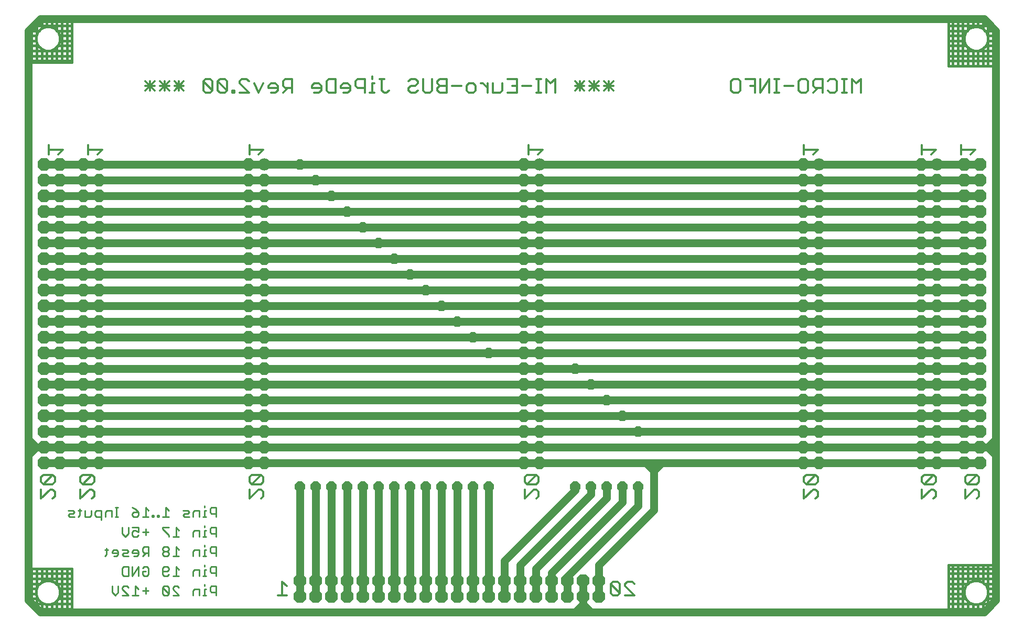
<source format=gbr>
G75*
G70*
%OFA0B0*%
%FSLAX24Y24*%
%IPPOS*%
%LPD*%
%AMOC8*
5,1,8,0,0,1.08239X$1,22.5*
%
%ADD10C,0.0120*%
%ADD11C,0.0110*%
%ADD12OC8,0.0820*%
%ADD13C,0.0780*%
%ADD14OC8,0.0780*%
%ADD15C,0.0500*%
%ADD16OC8,0.0660*%
%ADD17C,0.0160*%
D10*
X003445Y009853D02*
X004032Y010440D01*
X004179Y010440D01*
X004325Y010294D01*
X004325Y010000D01*
X004179Y009853D01*
X003445Y009853D02*
X003445Y010440D01*
X003591Y010774D02*
X004179Y011361D01*
X003591Y011361D01*
X003445Y011214D01*
X003445Y010921D01*
X003591Y010774D01*
X004179Y010774D01*
X004325Y010921D01*
X004325Y011214D01*
X004179Y011361D01*
X005945Y011214D02*
X005945Y010921D01*
X006091Y010774D01*
X006679Y011361D01*
X006091Y011361D01*
X005945Y011214D01*
X006091Y010774D02*
X006679Y010774D01*
X006825Y010921D01*
X006825Y011214D01*
X006679Y011361D01*
X006679Y010440D02*
X006825Y010294D01*
X006825Y010000D01*
X006679Y009853D01*
X006532Y010440D02*
X005945Y009853D01*
X005945Y010440D01*
X006532Y010440D02*
X006679Y010440D01*
X016695Y010440D02*
X016695Y009853D01*
X017282Y010440D01*
X017429Y010440D01*
X017575Y010294D01*
X017575Y010000D01*
X017429Y009853D01*
X017429Y010774D02*
X017575Y010921D01*
X017575Y011214D01*
X017429Y011361D01*
X016841Y010774D01*
X016695Y010921D01*
X016695Y011214D01*
X016841Y011361D01*
X017429Y011361D01*
X017429Y010774D02*
X016841Y010774D01*
X018781Y004575D02*
X018781Y003695D01*
X018488Y003695D02*
X019075Y003695D01*
X019075Y004282D02*
X018781Y004575D01*
X034195Y009853D02*
X034782Y010440D01*
X034929Y010440D01*
X035075Y010294D01*
X035075Y010000D01*
X034929Y009853D01*
X034195Y009853D02*
X034195Y010440D01*
X034341Y010774D02*
X034195Y010921D01*
X034195Y011214D01*
X034341Y011361D01*
X034929Y011361D01*
X034341Y010774D01*
X034929Y010774D01*
X035075Y010921D01*
X035075Y011214D01*
X034929Y011361D01*
X039805Y004575D02*
X039658Y004429D01*
X040246Y003841D01*
X040099Y003695D01*
X039805Y003695D01*
X039658Y003841D01*
X039658Y004429D01*
X039805Y004575D02*
X040099Y004575D01*
X040246Y004429D01*
X040246Y003841D01*
X040579Y003695D02*
X041166Y003695D01*
X040579Y004282D01*
X040579Y004429D01*
X040726Y004575D01*
X041019Y004575D01*
X041166Y004429D01*
X051945Y009853D02*
X052532Y010440D01*
X052679Y010440D01*
X052825Y010294D01*
X052825Y010000D01*
X052679Y009853D01*
X051945Y009853D02*
X051945Y010440D01*
X052091Y010774D02*
X052679Y011361D01*
X052091Y011361D01*
X051945Y011214D01*
X051945Y010921D01*
X052091Y010774D01*
X052679Y010774D01*
X052825Y010921D01*
X052825Y011214D01*
X052679Y011361D01*
X059445Y011214D02*
X059445Y010921D01*
X059591Y010774D01*
X060179Y011361D01*
X059591Y011361D01*
X059445Y011214D01*
X059591Y010774D02*
X060179Y010774D01*
X060325Y010921D01*
X060325Y011214D01*
X060179Y011361D01*
X060179Y010440D02*
X060325Y010294D01*
X060325Y010000D01*
X060179Y009853D01*
X060032Y010440D02*
X059445Y009853D01*
X059445Y010440D01*
X060032Y010440D02*
X060179Y010440D01*
X062195Y010440D02*
X062195Y009853D01*
X062782Y010440D01*
X062929Y010440D01*
X063075Y010294D01*
X063075Y010000D01*
X062929Y009853D01*
X062929Y010774D02*
X062341Y010774D01*
X062929Y011361D01*
X062341Y011361D01*
X062195Y011214D01*
X062195Y010921D01*
X062341Y010774D01*
X062929Y010774D02*
X063075Y010921D01*
X063075Y011214D01*
X062929Y011361D01*
X062532Y031774D02*
X062825Y032068D01*
X061945Y032068D01*
X061945Y032361D02*
X061945Y031774D01*
X060325Y032068D02*
X060032Y031774D01*
X060325Y032068D02*
X059445Y032068D01*
X059445Y032361D02*
X059445Y031774D01*
X055575Y035695D02*
X055575Y036575D01*
X055281Y036282D01*
X054988Y036575D01*
X054988Y035695D01*
X054654Y035695D02*
X054360Y035695D01*
X054507Y035695D02*
X054507Y036575D01*
X054654Y036575D02*
X054360Y036575D01*
X054040Y036429D02*
X053893Y036575D01*
X053600Y036575D01*
X053453Y036429D01*
X053119Y036575D02*
X052679Y036575D01*
X052532Y036429D01*
X052532Y036135D01*
X052679Y035988D01*
X053119Y035988D01*
X052826Y035988D02*
X052532Y035695D01*
X052199Y035841D02*
X052199Y036429D01*
X052052Y036575D01*
X051758Y036575D01*
X051611Y036429D01*
X051611Y035841D01*
X051758Y035695D01*
X052052Y035695D01*
X052199Y035841D01*
X051278Y036135D02*
X050691Y036135D01*
X050357Y035695D02*
X050064Y035695D01*
X050210Y035695D02*
X050210Y036575D01*
X050064Y036575D02*
X050357Y036575D01*
X049743Y036575D02*
X049156Y035695D01*
X049156Y036575D01*
X048823Y036575D02*
X048235Y036575D01*
X047902Y036429D02*
X047755Y036575D01*
X047461Y036575D01*
X047315Y036429D01*
X047315Y035841D01*
X047461Y035695D01*
X047755Y035695D01*
X047902Y035841D01*
X047902Y036429D01*
X048529Y036135D02*
X048823Y036135D01*
X048823Y035695D02*
X048823Y036575D01*
X049743Y036575D02*
X049743Y035695D01*
X053119Y035695D02*
X053119Y036575D01*
X054040Y036429D02*
X054040Y035841D01*
X053893Y035695D01*
X053600Y035695D01*
X053453Y035841D01*
X051945Y032361D02*
X051945Y031774D01*
X051945Y032068D02*
X052825Y032068D01*
X052532Y031774D01*
X039825Y035841D02*
X039238Y036429D01*
X039531Y036429D02*
X039531Y035841D01*
X039238Y035841D02*
X039825Y036429D01*
X039825Y036135D02*
X039238Y036135D01*
X038904Y036135D02*
X038317Y036135D01*
X038317Y035841D02*
X038904Y036429D01*
X038610Y036429D02*
X038610Y035841D01*
X038904Y035841D02*
X038317Y036429D01*
X037983Y036429D02*
X037396Y035841D01*
X037690Y035841D02*
X037690Y036429D01*
X037396Y036429D02*
X037983Y035841D01*
X037983Y036135D02*
X037396Y036135D01*
X036142Y035695D02*
X036142Y036575D01*
X035848Y036282D01*
X035555Y036575D01*
X035555Y035695D01*
X035221Y035695D02*
X034927Y035695D01*
X035074Y035695D02*
X035074Y036575D01*
X035221Y036575D02*
X034927Y036575D01*
X034607Y036135D02*
X034020Y036135D01*
X033686Y036135D02*
X033393Y036135D01*
X033686Y035695D02*
X033099Y035695D01*
X032766Y035841D02*
X032766Y036282D01*
X032766Y035841D02*
X032619Y035695D01*
X032179Y035695D01*
X032179Y036282D01*
X031845Y036282D02*
X031845Y035695D01*
X031845Y035988D02*
X031551Y036282D01*
X031405Y036282D01*
X031078Y036135D02*
X031078Y035841D01*
X030931Y035695D01*
X030637Y035695D01*
X030490Y035841D01*
X030490Y036135D01*
X030637Y036282D01*
X030931Y036282D01*
X031078Y036135D01*
X030157Y036135D02*
X029570Y036135D01*
X029236Y036135D02*
X028796Y036135D01*
X028649Y035988D01*
X028649Y035841D01*
X028796Y035695D01*
X029236Y035695D01*
X029236Y036575D01*
X028796Y036575D01*
X028649Y036429D01*
X028649Y036282D01*
X028796Y036135D01*
X028315Y035841D02*
X028169Y035695D01*
X027875Y035695D01*
X027728Y035841D01*
X027728Y036575D01*
X027395Y036429D02*
X027395Y036282D01*
X027248Y036135D01*
X026954Y036135D01*
X026807Y035988D01*
X026807Y035841D01*
X026954Y035695D01*
X027248Y035695D01*
X027395Y035841D01*
X027395Y036429D02*
X027248Y036575D01*
X026954Y036575D01*
X026807Y036429D01*
X025553Y035841D02*
X025406Y035695D01*
X025260Y035695D01*
X025113Y035841D01*
X025113Y036575D01*
X025260Y036575D02*
X024966Y036575D01*
X024632Y036282D02*
X024486Y036282D01*
X024486Y035695D01*
X024632Y035695D02*
X024339Y035695D01*
X024019Y035695D02*
X024019Y036575D01*
X023578Y036575D01*
X023431Y036429D01*
X023431Y036135D01*
X023578Y035988D01*
X024019Y035988D01*
X023098Y035988D02*
X022511Y035988D01*
X022511Y036135D01*
X022657Y036282D01*
X022951Y036282D01*
X023098Y036135D01*
X023098Y035841D01*
X022951Y035695D01*
X022657Y035695D01*
X022177Y035695D02*
X021737Y035695D01*
X021590Y035841D01*
X021590Y036429D01*
X021737Y036575D01*
X022177Y036575D01*
X022177Y035695D01*
X021256Y035841D02*
X021256Y036135D01*
X021110Y036282D01*
X020816Y036282D01*
X020669Y036135D01*
X020669Y035988D01*
X021256Y035988D01*
X021256Y035841D02*
X021110Y035695D01*
X020816Y035695D01*
X019415Y035695D02*
X019415Y036575D01*
X018974Y036575D01*
X018828Y036429D01*
X018828Y036135D01*
X018974Y035988D01*
X019415Y035988D01*
X019121Y035988D02*
X018828Y035695D01*
X018494Y035841D02*
X018494Y036135D01*
X018347Y036282D01*
X018054Y036282D01*
X017907Y036135D01*
X017907Y035988D01*
X018494Y035988D01*
X018494Y035841D02*
X018347Y035695D01*
X018054Y035695D01*
X017573Y036282D02*
X017280Y035695D01*
X016986Y036282D01*
X016653Y036429D02*
X016506Y036575D01*
X016212Y036575D01*
X016065Y036429D01*
X016065Y036282D01*
X016653Y035695D01*
X016065Y035695D01*
X015732Y035695D02*
X015585Y035695D01*
X015585Y035841D01*
X015732Y035841D01*
X015732Y035695D01*
X015271Y035841D02*
X015271Y036429D01*
X015125Y036575D01*
X014831Y036575D01*
X014684Y036429D01*
X015271Y035841D01*
X015125Y035695D01*
X014831Y035695D01*
X014684Y035841D01*
X014684Y036429D01*
X014351Y036429D02*
X014204Y036575D01*
X013910Y036575D01*
X013764Y036429D01*
X014351Y035841D01*
X014204Y035695D01*
X013910Y035695D01*
X013764Y035841D01*
X013764Y036429D01*
X014351Y036429D02*
X014351Y035841D01*
X012509Y035841D02*
X011922Y036429D01*
X012216Y036429D02*
X012216Y035841D01*
X011922Y035841D02*
X012509Y036429D01*
X012509Y036135D02*
X011922Y036135D01*
X011589Y036135D02*
X011001Y036135D01*
X011001Y035841D02*
X011589Y036429D01*
X011295Y036429D02*
X011295Y035841D01*
X011589Y035841D02*
X011001Y036429D01*
X010668Y036429D02*
X010081Y035841D01*
X010374Y035841D02*
X010374Y036429D01*
X010081Y036429D02*
X010668Y035841D01*
X010668Y036135D02*
X010081Y036135D01*
X006445Y032361D02*
X006445Y031774D01*
X006445Y032068D02*
X007325Y032068D01*
X007032Y031774D01*
X004825Y032068D02*
X003945Y032068D01*
X003945Y032361D02*
X003945Y031774D01*
X004532Y031774D02*
X004825Y032068D01*
X016695Y032068D02*
X017575Y032068D01*
X017282Y031774D01*
X016695Y031774D02*
X016695Y032361D01*
X024486Y036575D02*
X024486Y036722D01*
X028315Y036575D02*
X028315Y035841D01*
X033099Y036575D02*
X033686Y036575D01*
X033686Y035695D01*
X034445Y032361D02*
X034445Y031774D01*
X034445Y032068D02*
X035325Y032068D01*
X035032Y031774D01*
D11*
X014580Y009280D02*
X014284Y009280D01*
X014186Y009182D01*
X014186Y008985D01*
X014284Y008887D01*
X014580Y008887D01*
X014580Y008690D02*
X014580Y009280D01*
X013935Y009083D02*
X013837Y009083D01*
X013837Y008690D01*
X013935Y008690D02*
X013738Y008690D01*
X013506Y008690D02*
X013506Y009083D01*
X013210Y009083D01*
X013112Y008985D01*
X013112Y008690D01*
X012861Y008690D02*
X012566Y008690D01*
X012467Y008788D01*
X012566Y008887D01*
X012763Y008887D01*
X012861Y008985D01*
X012763Y009083D01*
X012467Y009083D01*
X011572Y009083D02*
X011375Y009280D01*
X011375Y008690D01*
X011572Y008690D02*
X011178Y008690D01*
X010927Y008690D02*
X010829Y008690D01*
X010829Y008788D01*
X010927Y008788D01*
X010927Y008690D01*
X010605Y008690D02*
X010605Y008788D01*
X010507Y008788D01*
X010507Y008690D01*
X010605Y008690D01*
X010283Y008690D02*
X009889Y008690D01*
X010086Y008690D02*
X010086Y009280D01*
X010283Y009083D01*
X009638Y008985D02*
X009442Y009182D01*
X009245Y009280D01*
X009343Y008985D02*
X009638Y008985D01*
X009638Y008788D01*
X009540Y008690D01*
X009343Y008690D01*
X009245Y008788D01*
X009245Y008887D01*
X009343Y008985D01*
X008349Y008690D02*
X008153Y008690D01*
X008251Y008690D02*
X008251Y009280D01*
X008349Y009280D02*
X008153Y009280D01*
X007920Y009083D02*
X007624Y009083D01*
X007526Y008985D01*
X007526Y008690D01*
X007275Y008690D02*
X006980Y008690D01*
X006881Y008788D01*
X006881Y008985D01*
X006980Y009083D01*
X007275Y009083D01*
X007275Y008493D01*
X007920Y008690D02*
X007920Y009083D01*
X008600Y008030D02*
X008600Y007637D01*
X008797Y007440D01*
X008994Y007637D01*
X008994Y008030D01*
X009245Y008030D02*
X009638Y008030D01*
X009638Y007735D01*
X009442Y007833D01*
X009343Y007833D01*
X009245Y007735D01*
X009245Y007538D01*
X009343Y007440D01*
X009540Y007440D01*
X009638Y007538D01*
X009889Y007735D02*
X010283Y007735D01*
X010086Y007932D02*
X010086Y007538D01*
X011178Y007932D02*
X011572Y007538D01*
X011572Y007440D01*
X011823Y007440D02*
X012216Y007440D01*
X012020Y007440D02*
X012020Y008030D01*
X012216Y007833D01*
X011572Y008030D02*
X011178Y008030D01*
X011178Y007932D01*
X011277Y006780D02*
X011178Y006682D01*
X011178Y006583D01*
X011277Y006485D01*
X011474Y006485D01*
X011572Y006583D01*
X011572Y006682D01*
X011474Y006780D01*
X011277Y006780D01*
X011277Y006485D02*
X011178Y006387D01*
X011178Y006288D01*
X011277Y006190D01*
X011474Y006190D01*
X011572Y006288D01*
X011572Y006387D01*
X011474Y006485D01*
X011823Y006190D02*
X012216Y006190D01*
X012020Y006190D02*
X012020Y006780D01*
X012216Y006583D01*
X013112Y006485D02*
X013112Y006190D01*
X013112Y006485D02*
X013210Y006583D01*
X013506Y006583D01*
X013506Y006190D01*
X013738Y006190D02*
X013935Y006190D01*
X013837Y006190D02*
X013837Y006583D01*
X013935Y006583D01*
X013837Y006780D02*
X013837Y006879D01*
X014186Y006682D02*
X014186Y006485D01*
X014284Y006387D01*
X014580Y006387D01*
X014580Y006190D02*
X014580Y006780D01*
X014284Y006780D01*
X014186Y006682D01*
X013935Y007440D02*
X013738Y007440D01*
X013837Y007440D02*
X013837Y007833D01*
X013935Y007833D01*
X013837Y008030D02*
X013837Y008129D01*
X014186Y007932D02*
X014186Y007735D01*
X014284Y007637D01*
X014580Y007637D01*
X014580Y007440D02*
X014580Y008030D01*
X014284Y008030D01*
X014186Y007932D01*
X013506Y007833D02*
X013210Y007833D01*
X013112Y007735D01*
X013112Y007440D01*
X013506Y007440D02*
X013506Y007833D01*
X013837Y009280D02*
X013837Y009379D01*
X010283Y006780D02*
X009988Y006780D01*
X009889Y006682D01*
X009889Y006485D01*
X009988Y006387D01*
X010283Y006387D01*
X010086Y006387D02*
X009889Y006190D01*
X009638Y006288D02*
X009540Y006190D01*
X009343Y006190D01*
X009245Y006387D02*
X009638Y006387D01*
X009638Y006485D02*
X009540Y006583D01*
X009343Y006583D01*
X009245Y006485D01*
X009245Y006387D01*
X008994Y006485D02*
X008895Y006583D01*
X008600Y006583D01*
X008699Y006387D02*
X008895Y006387D01*
X008994Y006485D01*
X008994Y006190D02*
X008699Y006190D01*
X008600Y006288D01*
X008699Y006387D01*
X008349Y006387D02*
X007956Y006387D01*
X007956Y006485D01*
X008054Y006583D01*
X008251Y006583D01*
X008349Y006485D01*
X008349Y006288D01*
X008251Y006190D01*
X008054Y006190D01*
X007606Y006288D02*
X007508Y006190D01*
X007606Y006288D02*
X007606Y006682D01*
X007508Y006583D02*
X007705Y006583D01*
X008699Y005530D02*
X008994Y005530D01*
X008994Y004940D01*
X008699Y004940D01*
X008600Y005038D01*
X008600Y005432D01*
X008699Y005530D01*
X009245Y005530D02*
X009245Y004940D01*
X009638Y005530D01*
X009638Y004940D01*
X009889Y005038D02*
X009988Y004940D01*
X010184Y004940D01*
X010283Y005038D01*
X010283Y005432D01*
X010184Y005530D01*
X009988Y005530D01*
X009889Y005432D01*
X009889Y005235D02*
X010086Y005235D01*
X009889Y005235D02*
X009889Y005038D01*
X010086Y004182D02*
X010086Y003788D01*
X010283Y003985D02*
X009889Y003985D01*
X009638Y004083D02*
X009442Y004280D01*
X009442Y003690D01*
X009638Y003690D02*
X009245Y003690D01*
X008994Y003690D02*
X008600Y004083D01*
X008600Y004182D01*
X008699Y004280D01*
X008895Y004280D01*
X008994Y004182D01*
X008349Y004280D02*
X008349Y003887D01*
X008152Y003690D01*
X007956Y003887D01*
X007956Y004280D01*
X008600Y003690D02*
X008994Y003690D01*
X011178Y003788D02*
X011277Y003690D01*
X011474Y003690D01*
X011572Y003788D01*
X011178Y004182D01*
X011178Y003788D01*
X011178Y004182D02*
X011277Y004280D01*
X011474Y004280D01*
X011572Y004182D01*
X011572Y003788D01*
X011823Y003690D02*
X012216Y003690D01*
X011823Y004083D01*
X011823Y004182D01*
X011921Y004280D01*
X012118Y004280D01*
X012216Y004182D01*
X012216Y004940D02*
X011823Y004940D01*
X012020Y004940D02*
X012020Y005530D01*
X012216Y005333D01*
X011572Y005333D02*
X011572Y005432D01*
X011474Y005530D01*
X011277Y005530D01*
X011178Y005432D01*
X011178Y005038D01*
X011277Y004940D01*
X011474Y004940D01*
X011572Y005038D01*
X011474Y005235D02*
X011178Y005235D01*
X011474Y005235D02*
X011572Y005333D01*
X013112Y005235D02*
X013112Y004940D01*
X013112Y005235D02*
X013210Y005333D01*
X013506Y005333D01*
X013506Y004940D01*
X013738Y004940D02*
X013935Y004940D01*
X013837Y004940D02*
X013837Y005333D01*
X013935Y005333D01*
X013837Y005530D02*
X013837Y005629D01*
X014186Y005432D02*
X014186Y005235D01*
X014284Y005137D01*
X014580Y005137D01*
X014580Y004940D02*
X014580Y005530D01*
X014284Y005530D01*
X014186Y005432D01*
X013837Y004379D02*
X013837Y004280D01*
X013837Y004083D02*
X013837Y003690D01*
X013935Y003690D02*
X013738Y003690D01*
X013506Y003690D02*
X013506Y004083D01*
X013210Y004083D01*
X013112Y003985D01*
X013112Y003690D01*
X013837Y004083D02*
X013935Y004083D01*
X014186Y004182D02*
X014186Y003985D01*
X014284Y003887D01*
X014580Y003887D01*
X014580Y003690D02*
X014580Y004280D01*
X014284Y004280D01*
X014186Y004182D01*
X010283Y006190D02*
X010283Y006780D01*
X009638Y006485D02*
X009638Y006288D01*
X006631Y008788D02*
X006532Y008690D01*
X006237Y008690D01*
X006237Y009083D01*
X005986Y009083D02*
X005789Y009083D01*
X005888Y009182D02*
X005888Y008788D01*
X005789Y008690D01*
X005556Y008690D02*
X005261Y008690D01*
X005163Y008788D01*
X005261Y008887D01*
X005458Y008887D01*
X005556Y008985D01*
X005458Y009083D01*
X005163Y009083D01*
X006631Y009083D02*
X006631Y008788D01*
D12*
X004635Y012135D03*
X003635Y012135D03*
X003635Y013135D03*
X004635Y013135D03*
X004635Y014135D03*
X003635Y014135D03*
X003635Y015135D03*
X004635Y015135D03*
X004635Y016135D03*
X003635Y016135D03*
X003635Y017135D03*
X004635Y017135D03*
X004635Y018135D03*
X003635Y018135D03*
X003635Y019135D03*
X004635Y019135D03*
X004635Y020135D03*
X003635Y020135D03*
X003635Y021135D03*
X004635Y021135D03*
X004635Y022135D03*
X003635Y022135D03*
X003635Y023135D03*
X004635Y023135D03*
X004635Y024135D03*
X003635Y024135D03*
X003635Y025135D03*
X004635Y025135D03*
X004635Y026135D03*
X003635Y026135D03*
X003635Y027135D03*
X004635Y027135D03*
X004635Y028135D03*
X003635Y028135D03*
X003635Y029135D03*
X004635Y029135D03*
X004635Y030135D03*
X003635Y030135D03*
X003635Y031135D03*
X004635Y031135D03*
X019885Y004635D03*
X020885Y004635D03*
X021885Y004635D03*
X022885Y004635D03*
X023885Y004635D03*
X024885Y004635D03*
X025885Y004635D03*
X026885Y004635D03*
X027885Y004635D03*
X028885Y004635D03*
X029885Y004635D03*
X030885Y004635D03*
X031885Y004635D03*
X032885Y004635D03*
X033885Y004635D03*
X034885Y004635D03*
X035885Y004635D03*
X036885Y004635D03*
X037885Y004635D03*
X038885Y004635D03*
X038885Y003635D03*
X037885Y003635D03*
X036885Y003635D03*
X035885Y003635D03*
X034885Y003635D03*
X033885Y003635D03*
X032885Y003635D03*
X031885Y003635D03*
X030885Y003635D03*
X029885Y003635D03*
X028885Y003635D03*
X027885Y003635D03*
X026885Y003635D03*
X025885Y003635D03*
X024885Y003635D03*
X023885Y003635D03*
X022885Y003635D03*
X021885Y003635D03*
X020885Y003635D03*
X019885Y003635D03*
X062135Y012135D03*
X063135Y012135D03*
X063135Y013135D03*
X062135Y013135D03*
X062135Y014135D03*
X063135Y014135D03*
X063135Y015135D03*
X062135Y015135D03*
X062135Y016135D03*
X063135Y016135D03*
X063135Y017135D03*
X062135Y017135D03*
X062135Y018135D03*
X063135Y018135D03*
X063135Y019135D03*
X062135Y019135D03*
X062135Y020135D03*
X063135Y020135D03*
X063135Y021135D03*
X062135Y021135D03*
X062135Y022135D03*
X063135Y022135D03*
X063135Y023135D03*
X062135Y023135D03*
X062135Y024135D03*
X063135Y024135D03*
X063135Y025135D03*
X062135Y025135D03*
X062135Y026135D03*
X063135Y026135D03*
X063135Y027135D03*
X062135Y027135D03*
X062135Y028135D03*
X063135Y028135D03*
X063135Y029135D03*
X062135Y029135D03*
X062135Y030135D03*
X063135Y030135D03*
X063135Y031135D03*
X062135Y031135D03*
D13*
X060385Y031135D03*
X052885Y031135D03*
X035135Y031135D03*
X017635Y031135D03*
X007135Y031135D03*
D14*
X006135Y031135D03*
X006135Y030135D03*
X007135Y030135D03*
X007135Y029135D03*
X006135Y029135D03*
X006135Y028135D03*
X007135Y028135D03*
X007135Y027135D03*
X006135Y027135D03*
X006135Y026135D03*
X007135Y026135D03*
X007135Y025135D03*
X006135Y025135D03*
X006135Y024135D03*
X007135Y024135D03*
X007135Y023135D03*
X006135Y023135D03*
X006135Y022135D03*
X007135Y022135D03*
X007135Y021135D03*
X006135Y021135D03*
X006135Y020135D03*
X007135Y020135D03*
X007135Y019135D03*
X006135Y019135D03*
X006135Y018135D03*
X007135Y018135D03*
X007135Y017135D03*
X006135Y017135D03*
X006135Y016135D03*
X007135Y016135D03*
X007135Y015135D03*
X006135Y015135D03*
X006135Y014135D03*
X007135Y014135D03*
X007135Y013135D03*
X006135Y013135D03*
X006135Y012135D03*
X007135Y012135D03*
X016635Y012135D03*
X016635Y013135D03*
X017635Y013135D03*
X017635Y012135D03*
X017635Y014135D03*
X017635Y015135D03*
X017635Y016135D03*
X016635Y016135D03*
X016635Y015135D03*
X016635Y014135D03*
X016635Y017135D03*
X016635Y018135D03*
X017635Y018135D03*
X017635Y017135D03*
X017635Y019135D03*
X017635Y020135D03*
X016635Y020135D03*
X016635Y019135D03*
X016635Y021135D03*
X016635Y022135D03*
X016635Y023135D03*
X017635Y023135D03*
X017635Y022135D03*
X017635Y021135D03*
X017635Y024135D03*
X017635Y025135D03*
X016635Y025135D03*
X016635Y024135D03*
X016635Y026135D03*
X016635Y027135D03*
X016635Y028135D03*
X017635Y028135D03*
X017635Y027135D03*
X017635Y026135D03*
X017635Y029135D03*
X017635Y030135D03*
X016635Y030135D03*
X016635Y029135D03*
X016635Y031135D03*
X034135Y031135D03*
X034135Y030135D03*
X035135Y030135D03*
X035135Y029135D03*
X034135Y029135D03*
X034135Y028135D03*
X035135Y028135D03*
X035135Y027135D03*
X035135Y026135D03*
X034135Y026135D03*
X034135Y027135D03*
X034135Y025135D03*
X035135Y025135D03*
X035135Y024135D03*
X034135Y024135D03*
X034135Y023135D03*
X035135Y023135D03*
X035135Y022135D03*
X035135Y021135D03*
X034135Y021135D03*
X034135Y022135D03*
X034135Y020135D03*
X035135Y020135D03*
X035135Y019135D03*
X034135Y019135D03*
X034135Y018135D03*
X035135Y018135D03*
X035135Y017135D03*
X034135Y017135D03*
X034135Y016135D03*
X035135Y016135D03*
X035135Y015135D03*
X035135Y014135D03*
X034135Y014135D03*
X034135Y015135D03*
X034135Y013135D03*
X035135Y013135D03*
X035135Y012135D03*
X034135Y012135D03*
X051885Y012135D03*
X052885Y012135D03*
X052885Y013135D03*
X051885Y013135D03*
X051885Y014135D03*
X052885Y014135D03*
X052885Y015135D03*
X051885Y015135D03*
X051885Y016135D03*
X052885Y016135D03*
X052885Y017135D03*
X051885Y017135D03*
X051885Y018135D03*
X052885Y018135D03*
X052885Y019135D03*
X051885Y019135D03*
X051885Y020135D03*
X052885Y020135D03*
X052885Y021135D03*
X051885Y021135D03*
X051885Y022135D03*
X052885Y022135D03*
X052885Y023135D03*
X051885Y023135D03*
X051885Y024135D03*
X052885Y024135D03*
X052885Y025135D03*
X051885Y025135D03*
X051885Y026135D03*
X052885Y026135D03*
X052885Y027135D03*
X051885Y027135D03*
X051885Y028135D03*
X052885Y028135D03*
X052885Y029135D03*
X051885Y029135D03*
X051885Y030135D03*
X052885Y030135D03*
X051885Y031135D03*
X059385Y031135D03*
X059385Y030135D03*
X060385Y030135D03*
X060385Y029135D03*
X059385Y029135D03*
X059385Y028135D03*
X060385Y028135D03*
X060385Y027135D03*
X059385Y027135D03*
X059385Y026135D03*
X060385Y026135D03*
X060385Y025135D03*
X059385Y025135D03*
X059385Y024135D03*
X060385Y024135D03*
X060385Y023135D03*
X059385Y023135D03*
X059385Y022135D03*
X060385Y022135D03*
X060385Y021135D03*
X059385Y021135D03*
X059385Y020135D03*
X060385Y020135D03*
X060385Y019135D03*
X059385Y019135D03*
X059385Y018135D03*
X060385Y018135D03*
X060385Y017135D03*
X059385Y017135D03*
X059385Y016135D03*
X060385Y016135D03*
X060385Y015135D03*
X059385Y015135D03*
X059385Y014135D03*
X060385Y014135D03*
X060385Y013135D03*
X059385Y013135D03*
X059385Y012135D03*
X060385Y012135D03*
D15*
X062135Y012135D01*
X063135Y012135D01*
X063135Y013135D02*
X062135Y013135D01*
X060385Y013135D01*
X059385Y013135D01*
X052885Y013135D01*
X051885Y013135D01*
X035135Y013135D01*
X034135Y013135D01*
X017635Y013135D01*
X016635Y013135D01*
X007135Y013135D01*
X006135Y013135D01*
X004635Y013135D01*
X003635Y013135D01*
X003135Y013135D01*
X002635Y012635D01*
X002635Y013135D01*
X003135Y013135D01*
X002635Y013635D01*
X002635Y039635D01*
X003385Y040385D01*
X063385Y040385D01*
X064135Y039635D01*
X064135Y013635D01*
X063635Y013135D01*
X064135Y013135D01*
X064135Y012635D01*
X063635Y013135D01*
X063135Y013135D01*
X064135Y013135D02*
X064135Y013635D01*
X064135Y012635D02*
X064135Y003385D01*
X063385Y002635D01*
X038385Y002635D01*
X037885Y002635D01*
X037885Y003135D01*
X037385Y002635D01*
X037885Y002635D01*
X037885Y003135D02*
X038385Y002635D01*
X037885Y003135D02*
X037885Y003635D01*
X037885Y004635D01*
X038885Y004635D02*
X038885Y005635D01*
X042385Y009135D01*
X042385Y011635D01*
X041885Y012135D01*
X042385Y012135D01*
X042385Y011635D01*
X042885Y012135D01*
X051885Y012135D01*
X052885Y012135D01*
X059385Y012135D01*
X060385Y012135D01*
X060385Y014135D02*
X059385Y014135D01*
X052885Y014135D01*
X051885Y014135D01*
X041385Y014135D01*
X035135Y014135D01*
X034135Y014135D01*
X017635Y014135D01*
X016635Y014135D01*
X007135Y014135D01*
X006135Y014135D01*
X004635Y014135D01*
X003635Y014135D01*
X003635Y015135D02*
X004635Y015135D01*
X006135Y015135D01*
X007135Y015135D01*
X016635Y015135D01*
X017635Y015135D01*
X034135Y015135D01*
X035135Y015135D01*
X040385Y015135D01*
X051885Y015135D01*
X052885Y015135D01*
X059385Y015135D01*
X060385Y015135D01*
X062135Y015135D01*
X063135Y015135D01*
X063135Y016135D02*
X062135Y016135D01*
X060385Y016135D01*
X059385Y016135D01*
X052885Y016135D01*
X051885Y016135D01*
X039385Y016135D01*
X035135Y016135D01*
X034135Y016135D01*
X017635Y016135D01*
X016635Y016135D01*
X007135Y016135D01*
X006135Y016135D01*
X004635Y016135D01*
X003635Y016135D01*
X003635Y017135D02*
X004635Y017135D01*
X006135Y017135D01*
X007135Y017135D01*
X016635Y017135D01*
X017635Y017135D01*
X034135Y017135D01*
X035135Y017135D01*
X038385Y017135D01*
X051885Y017135D01*
X052885Y017135D01*
X059385Y017135D01*
X060385Y017135D01*
X062135Y017135D01*
X063135Y017135D01*
X063135Y018135D02*
X062135Y018135D01*
X060385Y018135D01*
X059385Y018135D01*
X052885Y018135D01*
X051885Y018135D01*
X037385Y018135D01*
X035135Y018135D01*
X034135Y018135D01*
X017635Y018135D01*
X016635Y018135D01*
X007135Y018135D01*
X006135Y018135D01*
X004635Y018135D01*
X003635Y018135D01*
X003635Y019135D02*
X004635Y019135D01*
X006135Y019135D01*
X007135Y019135D01*
X016635Y019135D01*
X017635Y019135D01*
X034135Y019135D01*
X035135Y019135D01*
X031885Y019135D01*
X051885Y019135D01*
X052885Y019135D01*
X059385Y019135D01*
X060385Y019135D01*
X062135Y019135D01*
X063135Y019135D01*
X063135Y020135D02*
X062135Y020135D01*
X060385Y020135D01*
X059385Y020135D01*
X052885Y020135D01*
X051885Y020135D01*
X035135Y020135D01*
X034135Y020135D01*
X030885Y020135D01*
X017635Y020135D01*
X016635Y020135D01*
X007135Y020135D01*
X006135Y020135D01*
X004635Y020135D01*
X003635Y020135D01*
X003635Y021135D02*
X004635Y021135D01*
X006135Y021135D01*
X007135Y021135D01*
X016635Y021135D01*
X017635Y021135D01*
X029885Y021135D01*
X034135Y021135D01*
X035135Y021135D01*
X051885Y021135D01*
X052885Y021135D01*
X059385Y021135D01*
X060385Y021135D01*
X062135Y021135D01*
X063135Y021135D01*
X063135Y022135D02*
X062135Y022135D01*
X060385Y022135D01*
X059385Y022135D01*
X052885Y022135D01*
X051885Y022135D01*
X035135Y022135D01*
X034135Y022135D01*
X028885Y022135D01*
X017635Y022135D01*
X016635Y022135D01*
X007135Y022135D01*
X006135Y022135D01*
X004635Y022135D01*
X003635Y022135D01*
X003635Y023135D02*
X004635Y023135D01*
X006135Y023135D01*
X007135Y023135D01*
X016635Y023135D01*
X017635Y023135D01*
X027885Y023135D01*
X034135Y023135D01*
X035135Y023135D01*
X051885Y023135D01*
X052885Y023135D01*
X059385Y023135D01*
X060385Y023135D01*
X062135Y023135D01*
X063135Y023135D01*
X063135Y024135D02*
X062135Y024135D01*
X060385Y024135D01*
X059385Y024135D01*
X052885Y024135D01*
X051885Y024135D01*
X035135Y024135D01*
X034135Y024135D01*
X026885Y024135D01*
X017635Y024135D01*
X016635Y024135D01*
X007135Y024135D01*
X006135Y024135D01*
X004635Y024135D01*
X003635Y024135D01*
X003635Y025135D02*
X004635Y025135D01*
X006135Y025135D01*
X007135Y025135D01*
X016635Y025135D01*
X017635Y025135D01*
X025885Y025135D01*
X034135Y025135D01*
X035135Y025135D01*
X051885Y025135D01*
X052885Y025135D01*
X059385Y025135D01*
X060385Y025135D01*
X062135Y025135D01*
X063135Y025135D01*
X063135Y026135D02*
X062135Y026135D01*
X060385Y026135D01*
X059385Y026135D01*
X052885Y026135D01*
X051885Y026135D01*
X035135Y026135D01*
X034135Y026135D01*
X024885Y026135D01*
X017635Y026135D01*
X016635Y026135D01*
X007135Y026135D01*
X006135Y026135D01*
X004635Y026135D01*
X003635Y026135D01*
X003635Y027135D02*
X004635Y027135D01*
X006135Y027135D01*
X007135Y027135D01*
X016635Y027135D01*
X017635Y027135D01*
X023885Y027135D01*
X034135Y027135D01*
X035135Y027135D01*
X051885Y027135D01*
X052885Y027135D01*
X059385Y027135D01*
X060385Y027135D01*
X062135Y027135D01*
X063135Y027135D01*
X063135Y028135D02*
X062135Y028135D01*
X060385Y028135D01*
X059385Y028135D01*
X052885Y028135D01*
X051885Y028135D01*
X035135Y028135D01*
X034135Y028135D01*
X017635Y028135D01*
X016635Y028135D01*
X022885Y028135D01*
X007135Y028135D01*
X006135Y028135D01*
X004635Y028135D01*
X003635Y028135D01*
X003635Y029135D02*
X004635Y029135D01*
X006135Y029135D01*
X007135Y029135D01*
X021885Y029135D01*
X016635Y029135D01*
X017635Y029135D01*
X034135Y029135D01*
X035135Y029135D01*
X051885Y029135D01*
X052885Y029135D01*
X059385Y029135D01*
X060385Y029135D01*
X062135Y029135D01*
X063135Y029135D01*
X063135Y030135D02*
X062135Y030135D01*
X060385Y030135D01*
X059385Y030135D01*
X052885Y030135D01*
X051885Y030135D01*
X035135Y030135D01*
X034135Y030135D01*
X017635Y030135D01*
X016635Y030135D01*
X020885Y030135D01*
X007135Y030135D01*
X006135Y030135D01*
X004635Y030135D01*
X003635Y030135D01*
X003635Y031135D02*
X004635Y031135D01*
X006135Y031135D01*
X007135Y031135D01*
X019885Y031135D01*
X016635Y031135D01*
X017635Y031135D01*
X034135Y031135D01*
X035135Y031135D01*
X051885Y031135D01*
X052885Y031135D01*
X059385Y031135D01*
X060385Y031135D01*
X062135Y031135D01*
X063135Y031135D01*
X063135Y014135D02*
X062135Y014135D01*
X060385Y014135D01*
X042885Y012135D02*
X042385Y012135D01*
X041885Y012135D02*
X035135Y012135D01*
X034135Y012135D01*
X017635Y012135D01*
X016635Y012135D01*
X007135Y012135D01*
X006135Y012135D01*
X004635Y012135D01*
X003635Y012135D01*
X002635Y012635D02*
X002635Y003385D01*
X003385Y002635D01*
X037385Y002635D01*
X036885Y003635D02*
X036885Y004635D01*
X036885Y004885D01*
X041385Y009385D01*
X041385Y010635D01*
X040385Y010635D02*
X040385Y009635D01*
X035885Y005135D01*
X035885Y004635D01*
X035885Y003635D01*
X034885Y003635D02*
X034885Y004635D01*
X034885Y005385D01*
X039385Y009885D01*
X039385Y010635D01*
X038385Y010635D02*
X038385Y010135D01*
X033885Y005635D01*
X033885Y004635D01*
X033885Y003635D01*
X032885Y003635D02*
X032885Y004635D01*
X032885Y005885D01*
X037385Y010385D01*
X037385Y010635D01*
X031885Y010635D02*
X031885Y004635D01*
X031885Y003635D01*
X030885Y003635D02*
X030885Y004635D01*
X030885Y010635D01*
X029885Y010635D02*
X029885Y004635D01*
X029885Y003635D01*
X028885Y003635D02*
X028885Y004635D01*
X028885Y010635D01*
X027885Y010635D02*
X027885Y004635D01*
X027885Y003635D01*
X026885Y003635D02*
X026885Y004635D01*
X026885Y010635D01*
X025885Y010635D02*
X025885Y004635D01*
X025885Y003635D01*
X024885Y003635D02*
X024885Y004635D01*
X024885Y010635D01*
X023885Y010635D02*
X023885Y004635D01*
X023885Y003635D01*
X022885Y003635D02*
X022885Y004635D01*
X022885Y010635D01*
X021885Y010635D02*
X021885Y004635D01*
X021885Y003635D01*
X020885Y003635D02*
X020885Y004635D01*
X020885Y010635D01*
X019885Y010635D02*
X019885Y004635D01*
X019885Y003635D01*
X002635Y013135D02*
X002635Y013635D01*
X038885Y004635D02*
X038885Y003635D01*
D16*
X039385Y010635D03*
X038385Y010635D03*
X037385Y010635D03*
X040385Y010635D03*
X041385Y010635D03*
X041385Y014135D03*
X040385Y015135D03*
X039385Y016135D03*
X038385Y017135D03*
X037385Y018135D03*
X031885Y019135D03*
X030885Y020135D03*
X029885Y021135D03*
X028885Y022135D03*
X027885Y023135D03*
X026885Y024135D03*
X025885Y025135D03*
X024885Y026135D03*
X023885Y027135D03*
X022885Y028135D03*
X021885Y029135D03*
X020885Y030135D03*
X019885Y031135D03*
X019885Y010635D03*
X020885Y010635D03*
X021885Y010635D03*
X022885Y010635D03*
X023885Y010635D03*
X024885Y010635D03*
X025885Y010635D03*
X026885Y010635D03*
X027885Y010635D03*
X028885Y010635D03*
X029885Y010635D03*
X030885Y010635D03*
X031885Y010635D03*
D17*
X003165Y003637D02*
X003165Y002855D01*
X003175Y002845D02*
X005385Y002845D01*
X005385Y002635D02*
X003385Y002635D01*
X002635Y003385D01*
X002635Y005385D01*
X005385Y005385D01*
X005385Y002635D01*
X005085Y002635D02*
X005085Y005385D01*
X004765Y005385D02*
X004765Y002635D01*
X004445Y002635D02*
X004445Y003370D01*
X004529Y003454D02*
X004645Y003734D01*
X004645Y004036D01*
X004529Y004315D01*
X004315Y004529D01*
X004036Y004645D01*
X003734Y004645D01*
X003454Y004529D01*
X003240Y004315D01*
X003125Y004036D01*
X003125Y003734D01*
X003240Y003454D01*
X003454Y003240D01*
X003734Y003125D01*
X004036Y003125D01*
X004315Y003240D01*
X004529Y003454D01*
X004542Y003485D02*
X005385Y003485D01*
X005385Y003805D02*
X004645Y003805D01*
X004608Y004125D02*
X005385Y004125D01*
X005385Y004445D02*
X004399Y004445D01*
X004445Y004399D02*
X004445Y005385D01*
X004125Y005385D02*
X004125Y004608D01*
X003805Y004645D02*
X003805Y005385D01*
X003485Y005385D02*
X003485Y004542D01*
X003370Y004445D02*
X002635Y004445D01*
X002635Y004765D02*
X005385Y004765D01*
X005385Y005085D02*
X002635Y005085D01*
X002845Y005385D02*
X002845Y003175D01*
X002855Y003165D02*
X003637Y003165D01*
X003485Y003228D02*
X003485Y002635D01*
X003805Y002635D02*
X003805Y003125D01*
X004125Y003161D02*
X004125Y002635D01*
X004132Y003165D02*
X005385Y003165D01*
X003228Y003485D02*
X002635Y003485D01*
X002635Y003805D02*
X003125Y003805D01*
X003162Y004125D02*
X002635Y004125D01*
X003165Y004132D02*
X003165Y005385D01*
X003165Y037635D02*
X003165Y038887D01*
X003125Y038984D02*
X003240Y038704D01*
X003454Y038490D01*
X003734Y038375D01*
X004036Y038375D01*
X004315Y038490D01*
X004529Y038704D01*
X004645Y038984D01*
X004645Y039286D01*
X004529Y039565D01*
X004315Y039779D01*
X004036Y039895D01*
X003734Y039895D01*
X003454Y039779D01*
X003240Y039565D01*
X003125Y039286D01*
X003125Y038984D01*
X003125Y039005D02*
X002635Y039005D01*
X002635Y039325D02*
X003141Y039325D01*
X003165Y039382D02*
X003165Y040165D01*
X003285Y040285D02*
X005385Y040285D01*
X005385Y040385D02*
X005385Y037635D01*
X002635Y037635D01*
X002635Y039635D01*
X003385Y040385D01*
X005385Y040385D01*
X005085Y040385D02*
X005085Y037635D01*
X005385Y037725D02*
X002635Y037725D01*
X002845Y037635D02*
X002845Y039845D01*
X002965Y039965D02*
X005385Y039965D01*
X005385Y039645D02*
X004449Y039645D01*
X004445Y039649D02*
X004445Y040385D01*
X004765Y040385D02*
X004765Y037635D01*
X004445Y037635D02*
X004445Y038620D01*
X004509Y038685D02*
X005385Y038685D01*
X005385Y039005D02*
X004645Y039005D01*
X004629Y039325D02*
X005385Y039325D01*
X005385Y038365D02*
X002635Y038365D01*
X002635Y038685D02*
X003260Y038685D01*
X003485Y038478D02*
X003485Y037635D01*
X003805Y037635D02*
X003805Y038375D01*
X004125Y038411D02*
X004125Y037635D01*
X005385Y038045D02*
X002635Y038045D01*
X002645Y039645D02*
X003320Y039645D01*
X003485Y039792D02*
X003485Y040385D01*
X003805Y040385D02*
X003805Y039895D01*
X004125Y039858D02*
X004125Y040385D01*
X061135Y040385D02*
X061135Y037385D01*
X064135Y037385D01*
X064135Y039635D01*
X063385Y040385D01*
X061135Y040385D01*
X061135Y040285D02*
X063485Y040285D01*
X063325Y040385D02*
X063325Y039769D01*
X063315Y039779D02*
X063036Y039895D01*
X062734Y039895D01*
X062454Y039779D01*
X062240Y039565D01*
X062125Y039286D01*
X062125Y038984D01*
X062240Y038704D01*
X062454Y038490D01*
X062734Y038375D01*
X063036Y038375D01*
X063315Y038490D01*
X063529Y038704D01*
X063645Y038984D01*
X063645Y039286D01*
X063529Y039565D01*
X063315Y039779D01*
X063449Y039645D02*
X064125Y039645D01*
X063965Y039805D02*
X063965Y037385D01*
X064135Y037405D02*
X061135Y037405D01*
X061405Y037385D02*
X061405Y040385D01*
X061725Y040385D02*
X061725Y037385D01*
X062045Y037385D02*
X062045Y040385D01*
X062365Y040385D02*
X062365Y039689D01*
X062320Y039645D02*
X061135Y039645D01*
X061135Y039965D02*
X063805Y039965D01*
X063645Y040125D02*
X063645Y037385D01*
X063325Y037385D02*
X063325Y038500D01*
X063509Y038685D02*
X064135Y038685D01*
X064135Y039005D02*
X063645Y039005D01*
X063629Y039325D02*
X064135Y039325D01*
X064135Y038365D02*
X061135Y038365D01*
X061135Y038685D02*
X062260Y038685D01*
X062365Y038580D02*
X062365Y037385D01*
X062685Y037385D02*
X062685Y038395D01*
X063005Y038375D02*
X063005Y037385D01*
X064135Y037725D02*
X061135Y037725D01*
X061135Y038045D02*
X064135Y038045D01*
X062125Y039005D02*
X061135Y039005D01*
X061135Y039325D02*
X062141Y039325D01*
X062685Y039874D02*
X062685Y040385D01*
X063005Y040385D02*
X063005Y039895D01*
X063005Y005635D02*
X063005Y004645D01*
X063036Y004645D02*
X062734Y004645D01*
X062454Y004529D01*
X062240Y004315D01*
X062125Y004036D01*
X062125Y003734D01*
X062240Y003454D01*
X062454Y003240D01*
X062734Y003125D01*
X063036Y003125D01*
X063315Y003240D01*
X063529Y003454D01*
X063645Y003734D01*
X063645Y004036D01*
X063529Y004315D01*
X063315Y004529D01*
X063036Y004645D01*
X063325Y004519D02*
X063325Y005635D01*
X063645Y005635D02*
X063645Y002895D01*
X063595Y002845D02*
X061135Y002845D01*
X061135Y002635D02*
X061135Y005635D01*
X064135Y005635D01*
X064135Y003385D01*
X063385Y002635D01*
X061135Y002635D01*
X061405Y002635D02*
X061405Y005635D01*
X061725Y005635D02*
X061725Y002635D01*
X062045Y002635D02*
X062045Y005635D01*
X062365Y005635D02*
X062365Y004439D01*
X062370Y004445D02*
X061135Y004445D01*
X061135Y004765D02*
X064135Y004765D01*
X064135Y005085D02*
X061135Y005085D01*
X061135Y005405D02*
X064135Y005405D01*
X063965Y005635D02*
X063965Y003215D01*
X063915Y003165D02*
X063132Y003165D01*
X063005Y003125D02*
X063005Y002635D01*
X063325Y002635D02*
X063325Y003250D01*
X063542Y003485D02*
X064135Y003485D01*
X064135Y003805D02*
X063645Y003805D01*
X063608Y004125D02*
X064135Y004125D01*
X064135Y004445D02*
X063399Y004445D01*
X062685Y004624D02*
X062685Y005635D01*
X062162Y004125D02*
X061135Y004125D01*
X061135Y003805D02*
X062125Y003805D01*
X062228Y003485D02*
X061135Y003485D01*
X061135Y003165D02*
X062637Y003165D01*
X062685Y003145D02*
X062685Y002635D01*
X062365Y002635D02*
X062365Y003330D01*
M02*

</source>
